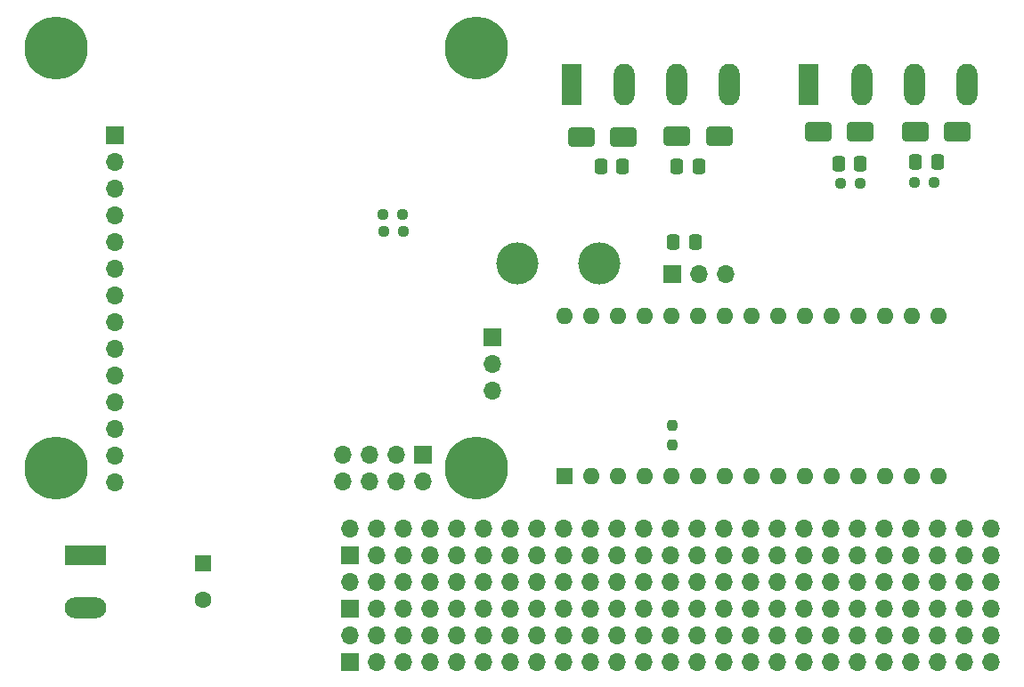
<source format=gbr>
%TF.GenerationSoftware,KiCad,Pcbnew,8.0.1*%
%TF.CreationDate,2024-04-22T23:19:20-07:00*%
%TF.ProjectId,ThrottleControlBoard,5468726f-7474-46c6-9543-6f6e74726f6c,rev?*%
%TF.SameCoordinates,Original*%
%TF.FileFunction,Soldermask,Bot*%
%TF.FilePolarity,Negative*%
%FSLAX46Y46*%
G04 Gerber Fmt 4.6, Leading zero omitted, Abs format (unit mm)*
G04 Created by KiCad (PCBNEW 8.0.1) date 2024-04-22 23:19:20*
%MOMM*%
%LPD*%
G01*
G04 APERTURE LIST*
G04 Aperture macros list*
%AMRoundRect*
0 Rectangle with rounded corners*
0 $1 Rounding radius*
0 $2 $3 $4 $5 $6 $7 $8 $9 X,Y pos of 4 corners*
0 Add a 4 corners polygon primitive as box body*
4,1,4,$2,$3,$4,$5,$6,$7,$8,$9,$2,$3,0*
0 Add four circle primitives for the rounded corners*
1,1,$1+$1,$2,$3*
1,1,$1+$1,$4,$5*
1,1,$1+$1,$6,$7*
1,1,$1+$1,$8,$9*
0 Add four rect primitives between the rounded corners*
20,1,$1+$1,$2,$3,$4,$5,0*
20,1,$1+$1,$4,$5,$6,$7,0*
20,1,$1+$1,$6,$7,$8,$9,0*
20,1,$1+$1,$8,$9,$2,$3,0*%
G04 Aperture macros list end*
%ADD10R,1.700000X1.700000*%
%ADD11O,1.700000X1.700000*%
%ADD12C,4.000000*%
%ADD13RoundRect,0.250000X-1.000000X-0.650000X1.000000X-0.650000X1.000000X0.650000X-1.000000X0.650000X0*%
%ADD14RoundRect,0.250000X1.000000X0.650000X-1.000000X0.650000X-1.000000X-0.650000X1.000000X-0.650000X0*%
%ADD15R,1.600000X1.600000*%
%ADD16C,1.600000*%
%ADD17RoundRect,0.250000X-0.337500X-0.475000X0.337500X-0.475000X0.337500X0.475000X-0.337500X0.475000X0*%
%ADD18RoundRect,0.250000X0.337500X0.475000X-0.337500X0.475000X-0.337500X-0.475000X0.337500X-0.475000X0*%
%ADD19RoundRect,0.237500X0.250000X0.237500X-0.250000X0.237500X-0.250000X-0.237500X0.250000X-0.237500X0*%
%ADD20RoundRect,0.237500X-0.250000X-0.237500X0.250000X-0.237500X0.250000X0.237500X-0.250000X0.237500X0*%
%ADD21RoundRect,0.237500X0.237500X-0.250000X0.237500X0.250000X-0.237500X0.250000X-0.237500X-0.250000X0*%
%ADD22R,3.960000X1.980000*%
%ADD23O,3.960000X1.980000*%
%ADD24O,1.980000X3.960000*%
%ADD25R,1.980000X3.960000*%
%ADD26C,6.000000*%
%ADD27O,1.600000X1.600000*%
G04 APERTURE END LIST*
D10*
%TO.C,J6*%
X27940000Y-58420000D03*
D11*
X27940000Y-55880000D03*
X30480000Y-58420000D03*
X30480000Y-55880000D03*
X33020000Y-58420000D03*
X33020000Y-55880000D03*
X35560000Y-58420000D03*
X35560000Y-55880000D03*
X38100000Y-58420000D03*
X38100000Y-55880000D03*
X40640000Y-58420000D03*
X40640000Y-55880000D03*
X43180000Y-58420000D03*
X43180000Y-55880000D03*
X45720000Y-58420000D03*
X45720000Y-55880000D03*
X48260000Y-58420000D03*
X48260000Y-55880000D03*
X50800000Y-58420000D03*
X50800000Y-55880000D03*
X53340000Y-58420000D03*
X53340000Y-55880000D03*
X55880000Y-58420000D03*
X55880000Y-55880000D03*
X58420000Y-58420000D03*
X58420000Y-55880000D03*
X60960000Y-58420000D03*
X60960000Y-55880000D03*
X63500000Y-58420000D03*
X63500000Y-55880000D03*
X66040000Y-58420000D03*
X66040000Y-55880000D03*
X68580000Y-58420000D03*
X68580000Y-55880000D03*
X71120000Y-58420000D03*
X71120000Y-55880000D03*
X73660000Y-58420000D03*
X73660000Y-55880000D03*
X76200000Y-58420000D03*
X76200000Y-55880000D03*
X78740000Y-58420000D03*
X78740000Y-55880000D03*
X81280000Y-58420000D03*
X81280000Y-55880000D03*
X83820000Y-58420000D03*
X83820000Y-55880000D03*
X86360000Y-58420000D03*
X86360000Y-55880000D03*
X88900000Y-58420000D03*
X88900000Y-55880000D03*
%TD*%
D10*
%TO.C,J7*%
X27940000Y-53340000D03*
D11*
X27940000Y-50800000D03*
X30480000Y-53340000D03*
X30480000Y-50800000D03*
X33020000Y-53340000D03*
X33020000Y-50800000D03*
X35560000Y-53340000D03*
X35560000Y-50800000D03*
X38100000Y-53340000D03*
X38100000Y-50800000D03*
X40640000Y-53340000D03*
X40640000Y-50800000D03*
X43180000Y-53340000D03*
X43180000Y-50800000D03*
X45720000Y-53340000D03*
X45720000Y-50800000D03*
X48260000Y-53340000D03*
X48260000Y-50800000D03*
X50800000Y-53340000D03*
X50800000Y-50800000D03*
X53340000Y-53340000D03*
X53340000Y-50800000D03*
X55880000Y-53340000D03*
X55880000Y-50800000D03*
X58420000Y-53340000D03*
X58420000Y-50800000D03*
X60960000Y-53340000D03*
X60960000Y-50800000D03*
X63500000Y-53340000D03*
X63500000Y-50800000D03*
X66040000Y-53340000D03*
X66040000Y-50800000D03*
X68580000Y-53340000D03*
X68580000Y-50800000D03*
X71120000Y-53340000D03*
X71120000Y-50800000D03*
X73660000Y-53340000D03*
X73660000Y-50800000D03*
X76200000Y-53340000D03*
X76200000Y-50800000D03*
X78740000Y-53340000D03*
X78740000Y-50800000D03*
X81280000Y-53340000D03*
X81280000Y-50800000D03*
X83820000Y-53340000D03*
X83820000Y-50800000D03*
X86360000Y-53340000D03*
X86360000Y-50800000D03*
X88900000Y-53340000D03*
X88900000Y-50800000D03*
%TD*%
D10*
%TO.C,J10*%
X27940000Y-48260000D03*
D11*
X27940000Y-45720000D03*
X30480000Y-48260000D03*
X30480000Y-45720000D03*
X33020000Y-48260000D03*
X33020000Y-45720000D03*
X35560000Y-48260000D03*
X35560000Y-45720000D03*
X38100000Y-48260000D03*
X38100000Y-45720000D03*
X40640000Y-48260000D03*
X40640000Y-45720000D03*
X43180000Y-48260000D03*
X43180000Y-45720000D03*
X45720000Y-48260000D03*
X45720000Y-45720000D03*
X48260000Y-48260000D03*
X48260000Y-45720000D03*
X50800000Y-48260000D03*
X50800000Y-45720000D03*
X53340000Y-48260000D03*
X53340000Y-45720000D03*
X55880000Y-48260000D03*
X55880000Y-45720000D03*
X58420000Y-48260000D03*
X58420000Y-45720000D03*
X60960000Y-48260000D03*
X60960000Y-45720000D03*
X63500000Y-48260000D03*
X63500000Y-45720000D03*
X66040000Y-48260000D03*
X66040000Y-45720000D03*
X68580000Y-48260000D03*
X68580000Y-45720000D03*
X71120000Y-48260000D03*
X71120000Y-45720000D03*
X73660000Y-48260000D03*
X73660000Y-45720000D03*
X76200000Y-48260000D03*
X76200000Y-45720000D03*
X78740000Y-48260000D03*
X78740000Y-45720000D03*
X81280000Y-48260000D03*
X81280000Y-45720000D03*
X83820000Y-48260000D03*
X83820000Y-45720000D03*
X86360000Y-48260000D03*
X86360000Y-45720000D03*
X88900000Y-48260000D03*
X88900000Y-45720000D03*
%TD*%
D12*
%TO.C,TP2*%
X43870000Y-20490000D03*
%TD*%
%TO.C,TP1*%
X51670000Y-20540000D03*
%TD*%
D13*
%TO.C,D17*%
X49930000Y-8470000D03*
X53930000Y-8470000D03*
%TD*%
D14*
%TO.C,D9*%
X63050000Y-8400000D03*
X59050000Y-8400000D03*
%TD*%
D13*
%TO.C,D4*%
X76480000Y-8020000D03*
X72480000Y-8020000D03*
%TD*%
D14*
%TO.C,D2*%
X81710000Y-8020000D03*
X85710000Y-8020000D03*
%TD*%
D11*
%TO.C,RV1*%
X63670000Y-21510000D03*
X61130000Y-21510000D03*
D10*
X58590000Y-21510000D03*
%TD*%
D15*
%TO.C,C8*%
X13980000Y-49067349D03*
D16*
X13980000Y-52567349D03*
%TD*%
D17*
%TO.C,C7*%
X83805000Y-10870000D03*
X81730000Y-10870000D03*
%TD*%
D18*
%TO.C,C6*%
X74415000Y-11010000D03*
X76490000Y-11010000D03*
%TD*%
D17*
%TO.C,C5*%
X59030000Y-11270000D03*
X61105000Y-11270000D03*
%TD*%
D18*
%TO.C,C4*%
X53880000Y-11330000D03*
X51805000Y-11330000D03*
%TD*%
%TO.C,C3*%
X58722500Y-18500000D03*
X60797500Y-18500000D03*
%TD*%
D11*
%TO.C,SW2*%
X41510000Y-32610000D03*
X41510000Y-30070000D03*
D10*
X41510000Y-27530000D03*
%TD*%
D19*
%TO.C,R12*%
X74635000Y-12940000D03*
X76460000Y-12940000D03*
%TD*%
D20*
%TO.C,R11*%
X83495000Y-12840000D03*
X81670000Y-12840000D03*
%TD*%
D21*
%TO.C,R10*%
X58570000Y-35975000D03*
X58570000Y-37800000D03*
%TD*%
D20*
%TO.C,R9*%
X31125000Y-15850000D03*
X32950000Y-15850000D03*
%TD*%
D19*
%TO.C,R8*%
X33002500Y-17505000D03*
X31177500Y-17505000D03*
%TD*%
D22*
%TO.C,J5*%
X2800000Y-48260000D03*
D23*
X2800000Y-53260000D03*
%TD*%
D24*
%TO.C,J4*%
X86600000Y-3530000D03*
X81600000Y-3530000D03*
X76600000Y-3530000D03*
D25*
X71600000Y-3530000D03*
%TD*%
D10*
%TO.C,J3*%
X5590000Y-8300000D03*
D11*
X5590000Y-10840000D03*
X5590000Y-13380000D03*
X5590000Y-15920000D03*
X5590000Y-18460000D03*
X5590000Y-21000000D03*
X5590000Y-23540000D03*
X5590000Y-26080000D03*
X5590000Y-28620000D03*
X5590000Y-31160000D03*
X5590000Y-33700000D03*
X5590000Y-36240000D03*
X5590000Y-38780000D03*
X5590000Y-41320000D03*
%TD*%
D24*
%TO.C,J2*%
X64020000Y-3470000D03*
X59020000Y-3470000D03*
X54020000Y-3470000D03*
D25*
X49020000Y-3470000D03*
%TD*%
D26*
%TO.C,REF\u002A\u002A*%
X40000000Y-40000000D03*
%TD*%
%TO.C,REF\u002A\u002A*%
X0Y-40000000D03*
%TD*%
%TO.C,REF\u002A\u002A*%
X40000000Y0D03*
%TD*%
%TO.C,REF\u002A\u002A*%
X0Y0D03*
%TD*%
D10*
%TO.C,J1*%
X34920000Y-38730000D03*
D11*
X34920000Y-41270000D03*
X32380000Y-38730000D03*
X32380000Y-41270000D03*
X29840000Y-38730000D03*
X29840000Y-41270000D03*
X27300000Y-38730000D03*
X27300000Y-41270000D03*
%TD*%
D27*
%TO.C,A1*%
X48390000Y-25520000D03*
X50930000Y-25520000D03*
X53470000Y-25520000D03*
X56010000Y-25520000D03*
X58550000Y-25520000D03*
X61090000Y-25520000D03*
X63630000Y-25520000D03*
X66170000Y-25520000D03*
X68710000Y-25520000D03*
X71250000Y-25520000D03*
X73790000Y-25520000D03*
X76330000Y-25520000D03*
X78870000Y-25520000D03*
X81410000Y-25520000D03*
X83950000Y-25520000D03*
X83950000Y-40760000D03*
X81410000Y-40760000D03*
X78870000Y-40760000D03*
X76330000Y-40760000D03*
X73790000Y-40760000D03*
X71250000Y-40760000D03*
X68710000Y-40760000D03*
X66170000Y-40760000D03*
X63630000Y-40760000D03*
X61090000Y-40760000D03*
X58550000Y-40760000D03*
X56010000Y-40760000D03*
X53470000Y-40760000D03*
X50930000Y-40760000D03*
D15*
X48390000Y-40760000D03*
%TD*%
M02*

</source>
